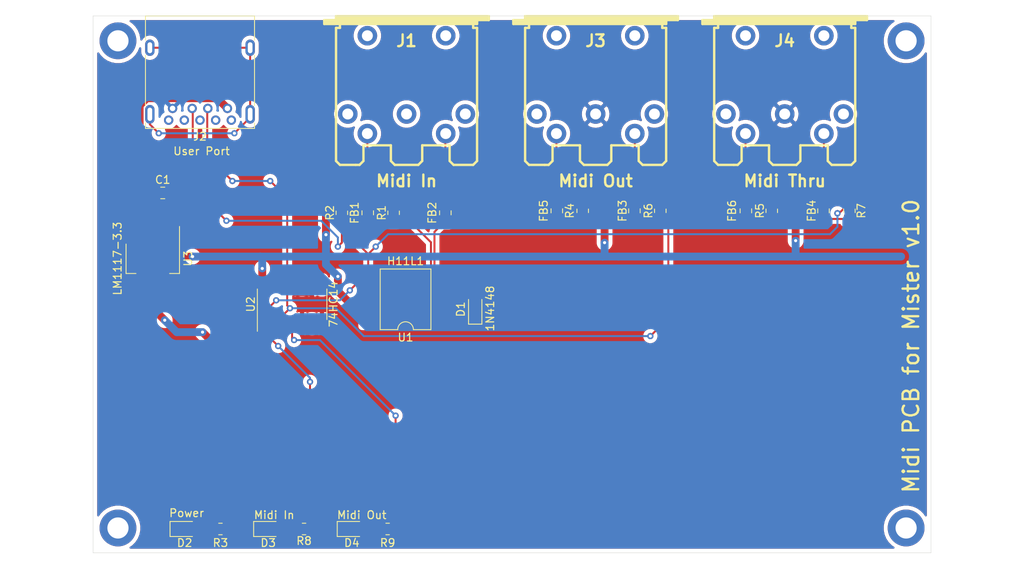
<source format=kicad_pcb>
(kicad_pcb (version 20171130) (host pcbnew "(5.1.10)-1")
  (layers (0 F.Cu signal) (31 B.Cu signal) (34 B.Paste user) (35 F.Paste user) (36 B.SilkS user) (37 F.SilkS user) (38 B.Mask user) (39 F.Mask user) (44 Edge.Cuts user))
  (net 0 "")
  (net 1 GND)
  (net 2 "Net-(D1-Pad1)")
  (net 3 "Net-(D1-Pad2)")
  (net 4 "Net-(D2-Pad2)")
  (net 5 "Net-(J1-Pad3)")
  (net 6 "Net-(J1-Pad2)")
  (net 7 "Net-(J1-Pad1)")
  (net 8 Midi_Out_TX)
  (net 9 Midi_In_RX)
  (net 10 "Net-(J2-Pad5)")
  (net 11 "Net-(J2-Pad6)")
  (net 12 "Net-(J2-Pad7)")
  (net 13 "Net-(J2-Pad8)")
  (net 14 "Net-(J2-Pad9)")
  (net 15 "Net-(J2-Pad10)")
  (net 16 "Net-(J3-Pad1)")
  (net 17 "Net-(J3-Pad3)")
  (net 18 "Net-(J4-Pad3)")
  (net 19 "Net-(J4-Pad1)")
  (net 20 "Net-(U1-Pad3)")
  (net 21 +5V)
  (net 22 "Net-(D3-Pad2)")
  (net 23 "Net-(D4-Pad2)")
  (net 24 "Net-(FB1-Pad1)")
  (net 25 "Net-(FB1-Pad2)")
  (net 26 "Net-(FB2-Pad2)")
  (net 27 "Net-(FB3-Pad1)")
  (net 28 "Net-(FB3-Pad2)")
  (net 29 "Net-(FB4-Pad2)")
  (net 30 "Net-(FB4-Pad1)")
  (net 31 "Net-(FB5-Pad2)")
  (net 32 "Net-(FB5-Pad1)")
  (net 33 "Net-(FB6-Pad1)")
  (net 34 "Net-(FB6-Pad2)")
  (net 35 +3V3)
  (net 36 Midi_In_RX_Inv)
  (net 37 Midi_Out_TX_INV)
  (net 38 "Net-(U2-Pad6)")
  (net 39 "Net-(U2-Pad8)")
  (net 40 "Net-(U2-Pad10)")
  (net 41 "Net-(U2-Pad12)")
  (module Connector_USB:USB3_A_Molex_48393-001 (layer F.Cu) (at 78.105 88.011 180)
    (fp_text reference J2 (at 3.5 -3.6) (layer F.SilkS))
    (fp_text value USB3_A)
    (fp_line (start -3.46 -2.56) (end -3.46 -1.85) (layer F.SilkS) (width 0.12))
    (fp_line (start 10.46 -2.56) (end 10.46 -1.85) (layer F.SilkS) (width 0.12))
    (fp_line (start -3.46 -2.56) (end 10.46 -2.56) (layer F.SilkS) (width 0.12))
    (fp_line (start 10.46 6.8) (end 10.46 0.35) (layer F.SilkS) (width 0.12))
    (fp_line (start -3.46 6.8) (end -3.46 0.35) (layer F.SilkS) (width 0.12))
    (fp_line (start -3.46 11.81) (end -3.46 8.7) (layer F.SilkS) (width 0.12))
    (fp_line (start 10.46 11.81) (end 10.46 8.7) (layer F.SilkS) (width 0.12))
    (fp_line (start -3.46 11.81) (end 10.46 11.81) (layer F.SilkS) (width 0.12))
    (pad 1 thru_hole circle (at 0 0 180) (size 1.2 1.2) (drill 0.7) (layers *.Cu *.Mask) (net 21 +5V))
    (pad 2 thru_hole circle (at 2.5 0 180) (size 1.2 1.2) (drill 0.7) (layers *.Cu *.Mask) (net 8 Midi_Out_TX))
    (pad 3 thru_hole circle (at 4.5 0 180) (size 1.2 1.2) (drill 0.7) (layers *.Cu *.Mask) (net 9 Midi_In_RX))
    (pad 4 thru_hole circle (at 7 0 180) (size 1.2 1.2) (drill 0.7) (layers *.Cu *.Mask) (net 1 GND))
    (pad 5 thru_hole circle (at 7.5 -1.5 180) (size 1.2 1.2) (drill 0.7) (layers *.Cu *.Mask) (net 10 "Net-(J2-Pad5)"))
    (pad 6 thru_hole circle (at 5.5 -1.5 180) (size 1.2 1.2) (drill 0.7) (layers *.Cu *.Mask) (net 11 "Net-(J2-Pad6)"))
    (pad 7 thru_hole circle (at 3.5 -1.5 180) (size 1.2 1.2) (drill 0.7) (layers *.Cu *.Mask) (net 12 "Net-(J2-Pad7)"))
    (pad 8 thru_hole circle (at 1.5 -1.5 180) (size 1.2 1.2) (drill 0.7) (layers *.Cu *.Mask) (net 13 "Net-(J2-Pad8)"))
    (pad 9 thru_hole circle (at -0.5 -1.5 180) (size 1.2 1.2) (drill 0.7) (layers *.Cu *.Mask) (net 14 "Net-(J2-Pad9)"))
    (pad 10 thru_hole oval (at 9.9 -0.75 180) (size 1.2 2.4) (drill oval 0.6 1.7) (layers *.Cu *.Mask) (net 15 "Net-(J2-Pad10)"))
    (pad 10 thru_hole oval (at -2.9 -0.75 180) (size 1.2 2.4) (drill oval 0.6 1.7) (layers *.Cu *.Mask) (net 15 "Net-(J2-Pad10)"))
    (pad 10 thru_hole oval (at 9.9 7.75 180) (size 1.2 2.1) (drill oval 0.6 1.4) (layers *.Cu *.Mask) (net 15 "Net-(J2-Pad10)"))
    (pad 10 thru_hole oval (at -2.9 7.75 180) (size 1.2 2.1) (drill oval 0.6 1.4) (layers *.Cu *.Mask) (net 15 "Net-(J2-Pad10)"))
  )
  (module MountingHole:MountingHole_2.7mm_M2.5_DIN965_Pad (layer F.Cu) (at 164.719 141.605)
    (fp_text reference REF** hide)
    (fp_text value MountingHole_2.7mm_M2.5_DIN965_Pad)
    (pad 1 thru_hole circle (at 0 0) (size 4.7 4.7) (drill 2.7) (layers *.Cu *.Mask))
  )
  (module MountingHole:MountingHole_2.7mm_M2.5_DIN965_Pad (layer F.Cu) (at 64.135 141.605)
    (fp_text reference REF** hide)
    (fp_text value MountingHole_2.7mm_M2.5_DIN965_Pad)
    (pad 1 thru_hole circle (at 0 0) (size 4.7 4.7) (drill 2.7) (layers *.Cu *.Mask))
  )
  (module MountingHole:MountingHole_2.7mm_M2.5_DIN965_Pad (layer F.Cu) (at 164.719 79.375)
    (fp_text reference REF** hide)
    (fp_text value MountingHole_2.7mm_M2.5_DIN965_Pad hide)
    (pad 1 thru_hole circle (at 0 0) (size 4.7 4.7) (drill 2.7) (layers *.Cu *.Mask))
  )
  (module MountingHole:MountingHole_2.7mm_M2.5_DIN965_Pad (layer F.Cu) (at 64.135 79.375)
    (fp_text reference REF** hide)
    (fp_text value MountingHole_2.7mm_M2.5_DIN965_Pad hide)
    (pad 1 thru_hole circle (at 0 0) (size 4.7 4.7) (drill 2.7) (layers *.Cu *.Mask))
  )
  (module Capacitor_SMD:C_0805_2012Metric_Pad1.18x1.45mm_HandSolder (layer F.Cu) (at 69.85 98.806)
    (fp_text reference C1 (at 0 -1.68) (layer F.SilkS))
    (fp_text value 100nF)
    (fp_line (start -0.261252 -0.735) (end 0.261252 -0.735) (layer F.SilkS) (width 0.12))
    (fp_line (start -0.261252 0.735) (end 0.261252 0.735) (layer F.SilkS) (width 0.12))
    (pad 1 smd roundrect (at -1.0375 0) (size 1.175 1.45) (layers F.Cu F.Paste F.Mask) (roundrect_rratio 0.2127659574468085) (net 21 +5V))
    (pad 2 smd roundrect (at 1.0375 0) (size 1.175 1.45) (layers F.Cu F.Paste F.Mask) (roundrect_rratio 0.2127659574468085) (net 1 GND))
  )
  (module Diode_SMD:D_SOD-323_HandSoldering (layer F.Cu) (at 109.728 113.665 90)
    (fp_text reference D1 (at 0 -1.85 90) (layer F.SilkS))
    (fp_text value 1N4148 (at 0.1 1.9 90) (layer F.SilkS))
    (fp_line (start -1.9 -0.85) (end -1.9 0.85) (layer F.SilkS) (width 0.12))
    (fp_line (start -1.9 0.85) (end 1.25 0.85) (layer F.SilkS) (width 0.12))
    (fp_line (start -1.9 -0.85) (end 1.25 -0.85) (layer F.SilkS) (width 0.12))
    (pad 1 smd rect (at -1.25 0 90) (size 1 1) (layers F.Cu F.Paste F.Mask) (net 2 "Net-(D1-Pad1)"))
    (pad 2 smd rect (at 1.25 0 90) (size 1 1) (layers F.Cu F.Paste F.Mask) (net 3 "Net-(D1-Pad2)"))
  )
  (module LED_SMD:LED_0805_2012Metric_Pad1.15x1.40mm_HandSolder (layer F.Cu) (at 72.644 141.732)
    (fp_text reference D2 (at 0 1.778) (layer F.SilkS))
    (fp_text value "Green LED")
    (fp_line (start 1 -0.96) (end -1.86 -0.96) (layer F.SilkS) (width 0.12))
    (fp_line (start -1.86 -0.96) (end -1.86 0.96) (layer F.SilkS) (width 0.12))
    (fp_line (start -1.86 0.96) (end 1 0.96) (layer F.SilkS) (width 0.12))
    (pad 1 smd roundrect (at -1.025 0) (size 1.15 1.4) (layers F.Cu F.Paste F.Mask) (roundrect_rratio 0.2173904347826087) (net 1 GND))
    (pad 2 smd roundrect (at 1.025 0) (size 1.15 1.4) (layers F.Cu F.Paste F.Mask) (roundrect_rratio 0.2173904347826087) (net 4 "Net-(D2-Pad2)"))
  )
  (module w_conn:din-5 (layer F.Cu) (at 100.965 85.725 180)
    (fp_text reference J1 (at 0 6.35) (layer F.SilkS) (effects (font (size 1.5 1.5) (thickness 0.3))))
    (fp_text value "Midi In" (at 0 -11.557) (layer F.SilkS) (effects (font (size 1.5 1.5) (thickness 0.3))))
    (fp_line (start -8.99922 8.7503) (end 10.50036 8.7503) (layer F.SilkS) (width 0.3048))
    (fp_line (start 8.99922 8.99922) (end -8.99922 8.99922) (layer F.SilkS) (width 0.3048))
    (fp_line (start -10.50036 9.25068) (end 8.99922 9.25068) (layer F.SilkS) (width 0.3048))
    (fp_line (start -8.99922 -8.99922) (end -8.99922 8.001) (layer F.SilkS) (width 0.3048))
    (fp_line (start -8.99922 -8.99922) (end -8.49884 -9.4996) (layer F.SilkS) (width 0.3048))
    (fp_line (start -8.49884 -9.4996) (end -5.99948 -9.4996) (layer F.SilkS) (width 0.3048))
    (fp_line (start -5.99948 -9.4996) (end -5.4991 -8.99922) (layer F.SilkS) (width 0.3048))
    (fp_line (start -5.4991 -8.99922) (end -5.4991 -7.00024) (layer F.SilkS) (width 0.3048))
    (fp_line (start -5.4991 -7.00024) (end -1.99898 -7.00024) (layer F.SilkS) (width 0.3048))
    (fp_line (start 8.99922 -8.99922) (end 8.99922 8.001) (layer F.SilkS) (width 0.3048))
    (fp_line (start 8.99922 -8.99922) (end 8.49884 -9.4996) (layer F.SilkS) (width 0.3048))
    (fp_line (start 8.49884 -9.4996) (end 6.49986 -9.4996) (layer F.SilkS) (width 0.3048))
    (fp_line (start 6.49986 -9.4996) (end 5.99948 -9.4996) (layer F.SilkS) (width 0.3048))
    (fp_line (start 5.99948 -9.4996) (end 5.4991 -8.99922) (layer F.SilkS) (width 0.3048))
    (fp_line (start 5.4991 -8.99922) (end 5.4991 -7.00024) (layer F.SilkS) (width 0.3048))
    (fp_line (start 5.4991 -7.00024) (end 1.99898 -7.00024) (layer F.SilkS) (width 0.3048))
    (fp_line (start -1.50114 -9.4996) (end -1.99898 -8.99922) (layer F.SilkS) (width 0.3048))
    (fp_line (start -1.99898 -8.99922) (end -1.99898 -7.00024) (layer F.SilkS) (width 0.3048))
    (fp_line (start -1.50114 -9.4996) (end 1.50114 -9.4996) (layer F.SilkS) (width 0.3048))
    (fp_line (start 1.50114 -9.4996) (end 1.99898 -8.99922) (layer F.SilkS) (width 0.3048))
    (fp_line (start 1.99898 -8.99922) (end 1.99898 -7.00024) (layer F.SilkS) (width 0.3048))
    (fp_line (start 10.50036 8.99922) (end 8.99922 8.99922) (layer F.SilkS) (width 0.3048))
    (fp_line (start 8.99922 8.99922) (end 8.99922 9.4996) (layer F.SilkS) (width 0.3048))
    (fp_line (start 8.99922 9.4996) (end -10.50036 9.4996) (layer F.SilkS) (width 0.3048))
    (fp_line (start -10.50036 8.99922) (end -8.99922 8.99922) (layer F.SilkS) (width 0.3048))
    (fp_line (start -8.99922 8.99922) (end -8.99922 8.49884) (layer F.SilkS) (width 0.3048))
    (fp_line (start -8.99922 8.49884) (end 10.50036 8.49884) (layer F.SilkS) (width 0.3048))
    (fp_line (start 8.99922 8.001) (end 8.49884 8.001) (layer F.SilkS) (width 0.3048))
    (fp_line (start -8.99922 8.001) (end -8.49884 8.001) (layer F.SilkS) (width 0.3048))
    (fp_line (start 8.49884 8.49884) (end 8.49884 8.001) (layer F.SilkS) (width 0.3048))
    (fp_line (start -8.49884 8.001) (end -8.49884 8.49884) (layer F.SilkS) (width 0.3048))
    (fp_line (start -10.50036 9.4996) (end -10.50036 8.99922) (layer F.SilkS) (width 0.3048))
    (fp_line (start 10.50036 8.49884) (end 10.50036 8.99922) (layer F.SilkS) (width 0.3048))
    (pad 3 thru_hole circle (at -7.5 -3 180) (size 2.5 2.5) (drill 1.4) (layers *.Cu *.Mask) (net 5 "Net-(J1-Pad3)"))
    (pad 4 thru_hole circle (at 5 -5.5 180) (size 2.5 2.5) (drill 1.4) (layers *.Cu *.Mask) (net 25 "Net-(FB1-Pad2)"))
    (pad 2 thru_hole circle (at 0 -3 180) (size 2.5 2.5) (drill 1.4) (layers *.Cu *.Mask) (net 6 "Net-(J1-Pad2)"))
    (pad 1 thru_hole circle (at 7.5 -3 180) (size 2.5 2.5) (drill 1.4) (layers *.Cu *.Mask) (net 7 "Net-(J1-Pad1)"))
    (pad 5 thru_hole circle (at -5 -5.5 180) (size 2.5 2.5) (drill 1.4) (layers *.Cu *.Mask) (net 26 "Net-(FB2-Pad2)"))
    (pad 6 thru_hole circle (at 5 7 180) (size 2.5 2.5) (drill 1.4) (layers *.Cu *.Mask))
    (pad 6 thru_hole circle (at -5 7 180) (size 2.5 2.5) (drill 1.4) (layers *.Cu *.Mask))
  )
  (module w_conn:din-5 (layer F.Cu) (at 125.095 85.725 180)
    (fp_text reference J3 (at 0 6.35) (layer F.SilkS) (effects (font (size 1.5 1.5) (thickness 0.3))))
    (fp_text value "Midi Out" (at 0 -11.557) (layer F.SilkS) (effects (font (size 1.5 1.5) (thickness 0.3))))
    (fp_line (start 10.50036 8.49884) (end 10.50036 8.99922) (layer F.SilkS) (width 0.3048))
    (fp_line (start -10.50036 9.4996) (end -10.50036 8.99922) (layer F.SilkS) (width 0.3048))
    (fp_line (start -8.49884 8.001) (end -8.49884 8.49884) (layer F.SilkS) (width 0.3048))
    (fp_line (start 8.49884 8.49884) (end 8.49884 8.001) (layer F.SilkS) (width 0.3048))
    (fp_line (start -8.99922 8.001) (end -8.49884 8.001) (layer F.SilkS) (width 0.3048))
    (fp_line (start 8.99922 8.001) (end 8.49884 8.001) (layer F.SilkS) (width 0.3048))
    (fp_line (start -8.99922 8.49884) (end 10.50036 8.49884) (layer F.SilkS) (width 0.3048))
    (fp_line (start -8.99922 8.99922) (end -8.99922 8.49884) (layer F.SilkS) (width 0.3048))
    (fp_line (start -10.50036 8.99922) (end -8.99922 8.99922) (layer F.SilkS) (width 0.3048))
    (fp_line (start 8.99922 9.4996) (end -10.50036 9.4996) (layer F.SilkS) (width 0.3048))
    (fp_line (start 8.99922 8.99922) (end 8.99922 9.4996) (layer F.SilkS) (width 0.3048))
    (fp_line (start 10.50036 8.99922) (end 8.99922 8.99922) (layer F.SilkS) (width 0.3048))
    (fp_line (start 1.99898 -8.99922) (end 1.99898 -7.00024) (layer F.SilkS) (width 0.3048))
    (fp_line (start 1.50114 -9.4996) (end 1.99898 -8.99922) (layer F.SilkS) (width 0.3048))
    (fp_line (start -1.50114 -9.4996) (end 1.50114 -9.4996) (layer F.SilkS) (width 0.3048))
    (fp_line (start -1.99898 -8.99922) (end -1.99898 -7.00024) (layer F.SilkS) (width 0.3048))
    (fp_line (start -1.50114 -9.4996) (end -1.99898 -8.99922) (layer F.SilkS) (width 0.3048))
    (fp_line (start 5.4991 -7.00024) (end 1.99898 -7.00024) (layer F.SilkS) (width 0.3048))
    (fp_line (start 5.4991 -8.99922) (end 5.4991 -7.00024) (layer F.SilkS) (width 0.3048))
    (fp_line (start 5.99948 -9.4996) (end 5.4991 -8.99922) (layer F.SilkS) (width 0.3048))
    (fp_line (start 6.49986 -9.4996) (end 5.99948 -9.4996) (layer F.SilkS) (width 0.3048))
    (fp_line (start 8.49884 -9.4996) (end 6.49986 -9.4996) (layer F.SilkS) (width 0.3048))
    (fp_line (start 8.99922 -8.99922) (end 8.49884 -9.4996) (layer F.SilkS) (width 0.3048))
    (fp_line (start 8.99922 -8.99922) (end 8.99922 8.001) (layer F.SilkS) (width 0.3048))
    (fp_line (start -5.4991 -7.00024) (end -1.99898 -7.00024) (layer F.SilkS) (width 0.3048))
    (fp_line (start -5.4991 -8.99922) (end -5.4991 -7.00024) (layer F.SilkS) (width 0.3048))
    (fp_line (start -5.99948 -9.4996) (end -5.4991 -8.99922) (layer F.SilkS) (width 0.3048))
    (fp_line (start -8.49884 -9.4996) (end -5.99948 -9.4996) (layer F.SilkS) (width 0.3048))
    (fp_line (start -8.99922 -8.99922) (end -8.49884 -9.4996) (layer F.SilkS) (width 0.3048))
    (fp_line (start -8.99922 -8.99922) (end -8.99922 8.001) (layer F.SilkS) (width 0.3048))
    (fp_line (start -10.50036 9.25068) (end 8.99922 9.25068) (layer F.SilkS) (width 0.3048))
    (fp_line (start 8.99922 8.99922) (end -8.99922 8.99922) (layer F.SilkS) (width 0.3048))
    (fp_line (start -8.99922 8.7503) (end 10.50036 8.7503) (layer F.SilkS) (width 0.3048))
    (pad 6 thru_hole circle (at -5 7 180) (size 2.5 2.5) (drill 1.4) (layers *.Cu *.Mask))
    (pad 6 thru_hole circle (at 5 7 180) (size 2.5 2.5) (drill 1.4) (layers *.Cu *.Mask))
    (pad 5 thru_hole circle (at -5 -5.5 180) (size 2.5 2.5) (drill 1.4) (layers *.Cu *.Mask) (net 27 "Net-(FB3-Pad1)"))
    (pad 1 thru_hole circle (at 7.5 -3 180) (size 2.5 2.5) (drill 1.4) (layers *.Cu *.Mask) (net 16 "Net-(J3-Pad1)"))
    (pad 2 thru_hole circle (at 0 -3 180) (size 2.5 2.5) (drill 1.4) (layers *.Cu *.Mask) (net 1 GND))
    (pad 4 thru_hole circle (at 5 -5.5 180) (size 2.5 2.5) (drill 1.4) (layers *.Cu *.Mask) (net 31 "Net-(FB5-Pad2)"))
    (pad 3 thru_hole circle (at -7.5 -3 180) (size 2.5 2.5) (drill 1.4) (layers *.Cu *.Mask) (net 17 "Net-(J3-Pad3)"))
  )
  (module w_conn:din-5 (layer F.Cu) (at 149.225 85.725 180)
    (fp_text reference J4 (at 0 6.35) (layer F.SilkS) (effects (font (size 1.5 1.5) (thickness 0.3))))
    (fp_text value "Midi Thru" (at 0 -11.557) (layer F.SilkS) (effects (font (size 1.5 1.5) (thickness 0.3))))
    (fp_line (start -8.99922 8.7503) (end 10.50036 8.7503) (layer F.SilkS) (width 0.3048))
    (fp_line (start 8.99922 8.99922) (end -8.99922 8.99922) (layer F.SilkS) (width 0.3048))
    (fp_line (start -10.50036 9.25068) (end 8.99922 9.25068) (layer F.SilkS) (width 0.3048))
    (fp_line (start -8.99922 -8.99922) (end -8.99922 8.001) (layer F.SilkS) (width 0.3048))
    (fp_line (start -8.99922 -8.99922) (end -8.49884 -9.4996) (layer F.SilkS) (width 0.3048))
    (fp_line (start -8.49884 -9.4996) (end -5.99948 -9.4996) (layer F.SilkS) (width 0.3048))
    (fp_line (start -5.99948 -9.4996) (end -5.4991 -8.99922) (layer F.SilkS) (width 0.3048))
    (fp_line (start -5.4991 -8.99922) (end -5.4991 -7.00024) (layer F.SilkS) (width 0.3048))
    (fp_line (start -5.4991 -7.00024) (end -1.99898 -7.00024) (layer F.SilkS) (width 0.3048))
    (fp_line (start 8.99922 -8.99922) (end 8.99922 8.001) (layer F.SilkS) (width 0.3048))
    (fp_line (start 8.99922 -8.99922) (end 8.49884 -9.4996) (layer F.SilkS) (width 0.3048))
    (fp_line (start 8.49884 -9.4996) (end 6.49986 -9.4996) (layer F.SilkS) (width 0.3048))
    (fp_line (start 6.49986 -9.4996) (end 5.99948 -9.4996) (layer F.SilkS) (width 0.3048))
    (fp_line (start 5.99948 -9.4996) (end 5.4991 -8.99922) (layer F.SilkS) (width 0.3048))
    (fp_line (start 5.4991 -8.99922) (end 5.4991 -7.00024) (layer F.SilkS) (width 0.3048))
    (fp_line (start 5.4991 -7.00024) (end 1.99898 -7.00024) (layer F.SilkS) (width 0.3048))
    (fp_line (start -1.50114 -9.4996) (end -1.99898 -8.99922) (layer F.SilkS) (width 0.3048))
    (fp_line (start -1.99898 -8.99922) (end -1.99898 -7.00024) (layer F.SilkS) (width 0.3048))
    (fp_line (start -1.50114 -9.4996) (end 1.50114 -9.4996) (layer F.SilkS) (width 0.3048))
    (fp_line (start 1.50114 -9.4996) (end 1.99898 -8.99922) (layer F.SilkS) (width 0.3048))
    (fp_line (start 1.99898 -8.99922) (end 1.99898 -7.00024) (layer F.SilkS) (width 0.3048))
    (fp_line (start 10.50036 8.99922) (end 8.99922 8.99922) (layer F.SilkS) (width 0.3048))
    (fp_line (start 8.99922 8.99922) (end 8.99922 9.4996) (layer F.SilkS) (width 0.3048))
    (fp_line (start 8.99922 9.4996) (end -10.50036 9.4996) (layer F.SilkS) (width 0.3048))
    (fp_line (start -10.50036 8.99922) (end -8.99922 8.99922) (layer F.SilkS) (width 0.3048))
    (fp_line (start -8.99922 8.99922) (end -8.99922 8.49884) (layer F.SilkS) (width 0.3048))
    (fp_line (start -8.99922 8.49884) (end 10.50036 8.49884) (layer F.SilkS) (width 0.3048))
    (fp_line (start 8.99922 8.001) (end 8.49884 8.001) (layer F.SilkS) (width 0.3048))
    (fp_line (start -8.99922 8.001) (end -8.49884 8.001) (layer F.SilkS) (width 0.3048))
    (fp_line (start 8.49884 8.49884) (end 8.49884 8.001) (layer F.SilkS) (width 0.3048))
    (fp_line (start -8.49884 8.001) (end -8.49884 8.49884) (layer F.SilkS) (width 0.3048))
    (fp_line (start -10.50036 9.4996) (end -10.50036 8.99922) (layer F.SilkS) (width 0.3048))
    (fp_line (start 10.50036 8.49884) (end 10.50036 8.99922) (layer F.SilkS) (width 0.3048))
    (pad 3 thru_hole circle (at -7.5 -3 180) (size 2.5 2.5) (drill 1.4) (layers *.Cu *.Mask) (net 18 "Net-(J4-Pad3)"))
    (pad 4 thru_hole circle (at 5 -5.5 180) (size 2.5 2.5) (drill 1.4) (layers *.Cu *.Mask) (net 34 "Net-(FB6-Pad2)"))
    (pad 2 thru_hole circle (at 0 -3 180) (size 2.5 2.5) (drill 1.4) (layers *.Cu *.Mask) (net 1 GND))
    (pad 1 thru_hole circle (at 7.5 -3 180) (size 2.5 2.5) (drill 1.4) (layers *.Cu *.Mask) (net 19 "Net-(J4-Pad1)"))
    (pad 5 thru_hole circle (at -5 -5.5 180) (size 2.5 2.5) (drill 1.4) (layers *.Cu *.Mask) (net 30 "Net-(FB4-Pad1)"))
    (pad 6 thru_hole circle (at 5 7 180) (size 2.5 2.5) (drill 1.4) (layers *.Cu *.Mask))
    (pad 6 thru_hole circle (at -5 7 180) (size 2.5 2.5) (drill 1.4) (layers *.Cu *.Mask))
  )
  (module Resistor_SMD:R_0805_2012Metric_Pad1.20x1.40mm_HandSolder (layer F.Cu) (at 99.314 101.346 270)
    (fp_text reference R1 (at 0 1.524 90) (layer F.SilkS))
    (fp_text value 220)
    (fp_line (start -0.227064 -0.735) (end 0.227064 -0.735) (layer F.SilkS) (width 0.12))
    (fp_line (start -0.227064 0.735) (end 0.227064 0.735) (layer F.SilkS) (width 0.12))
    (pad 1 smd roundrect (at -1 0 270) (size 1.2 1.4) (layers F.Cu F.Paste F.Mask) (roundrect_rratio 0.2083325) (net 2 "Net-(D1-Pad1)"))
    (pad 2 smd roundrect (at 1 0 270) (size 1.2 1.4) (layers F.Cu F.Paste F.Mask) (roundrect_rratio 0.2083325) (net 24 "Net-(FB1-Pad1)"))
  )
  (module Resistor_SMD:R_0805_2012Metric_Pad1.20x1.40mm_HandSolder (layer F.Cu) (at 92.71 101.346 270)
    (fp_text reference R2 (at 0 1.524 90) (layer F.SilkS))
    (fp_text value 470)
    (fp_line (start -0.227064 0.735) (end 0.227064 0.735) (layer F.SilkS) (width 0.12))
    (fp_line (start -0.227064 -0.735) (end 0.227064 -0.735) (layer F.SilkS) (width 0.12))
    (pad 2 smd roundrect (at 1 0 270) (size 1.2 1.4) (layers F.Cu F.Paste F.Mask) (roundrect_rratio 0.2083325) (net 9 Midi_In_RX))
    (pad 1 smd roundrect (at -1 0 270) (size 1.2 1.4) (layers F.Cu F.Paste F.Mask) (roundrect_rratio 0.2083325) (net 35 +3V3))
  )
  (module Resistor_SMD:R_0805_2012Metric_Pad1.20x1.40mm_HandSolder (layer F.Cu) (at 77.216 141.732)
    (fp_text reference R3 (at 0 1.778) (layer F.SilkS))
    (fp_text value 2k)
    (fp_line (start -0.227064 0.735) (end 0.227064 0.735) (layer F.SilkS) (width 0.12))
    (fp_line (start -0.227064 -0.735) (end 0.227064 -0.735) (layer F.SilkS) (width 0.12))
    (pad 2 smd roundrect (at 1 0) (size 1.2 1.4) (layers F.Cu F.Paste F.Mask) (roundrect_rratio 0.2083325) (net 35 +3V3))
    (pad 1 smd roundrect (at -1 0) (size 1.2 1.4) (layers F.Cu F.Paste F.Mask) (roundrect_rratio 0.2083325) (net 4 "Net-(D2-Pad2)"))
  )
  (module Resistor_SMD:R_0805_2012Metric_Pad1.20x1.40mm_HandSolder (layer F.Cu) (at 123.444 101.092 90)
    (fp_text reference R4 (at 0 -1.65 90) (layer F.SilkS))
    (fp_text value 33)
    (fp_line (start -0.227064 -0.735) (end 0.227064 -0.735) (layer F.SilkS) (width 0.12))
    (fp_line (start -0.227064 0.735) (end 0.227064 0.735) (layer F.SilkS) (width 0.12))
    (pad 1 smd roundrect (at -1 0 90) (size 1.2 1.4) (layers F.Cu F.Paste F.Mask) (roundrect_rratio 0.2083325) (net 32 "Net-(FB5-Pad1)"))
    (pad 2 smd roundrect (at 1 0 90) (size 1.2 1.4) (layers F.Cu F.Paste F.Mask) (roundrect_rratio 0.2083325) (net 35 +3V3))
  )
  (module Resistor_SMD:R_0805_2012Metric_Pad1.20x1.40mm_HandSolder (layer F.Cu) (at 147.574 101.092 90)
    (fp_text reference R5 (at 0 -1.524 90) (layer F.SilkS))
    (fp_text value 33)
    (fp_line (start -0.227064 -0.735) (end 0.227064 -0.735) (layer F.SilkS) (width 0.12))
    (fp_line (start -0.227064 0.735) (end 0.227064 0.735) (layer F.SilkS) (width 0.12))
    (pad 1 smd roundrect (at -1 0 90) (size 1.2 1.4) (layers F.Cu F.Paste F.Mask) (roundrect_rratio 0.2083325) (net 33 "Net-(FB6-Pad1)"))
    (pad 2 smd roundrect (at 1 0 90) (size 1.2 1.4) (layers F.Cu F.Paste F.Mask) (roundrect_rratio 0.2083325) (net 35 +3V3))
  )
  (module Resistor_SMD:R_0805_2012Metric_Pad1.20x1.40mm_HandSolder (layer F.Cu) (at 133.35 101.092 270)
    (fp_text reference R6 (at 0 1.524 90) (layer F.SilkS))
    (fp_text value 10)
    (fp_line (start -0.227064 0.735) (end 0.227064 0.735) (layer F.SilkS) (width 0.12))
    (fp_line (start -0.227064 -0.735) (end 0.227064 -0.735) (layer F.SilkS) (width 0.12))
    (pad 2 smd roundrect (at 1 0 270) (size 1.2 1.4) (layers F.Cu F.Paste F.Mask) (roundrect_rratio 0.2083325) (net 28 "Net-(FB3-Pad2)"))
    (pad 1 smd roundrect (at -1 0 270) (size 1.2 1.4) (layers F.Cu F.Paste F.Mask) (roundrect_rratio 0.2083325) (net 8 Midi_Out_TX))
  )
  (module Resistor_SMD:R_0805_2012Metric_Pad1.20x1.40mm_HandSolder (layer F.Cu) (at 157.48 101.092 90)
    (fp_text reference R7 (at 0 1.524 90) (layer F.SilkS))
    (fp_text value 10)
    (fp_line (start -0.227064 -0.735) (end 0.227064 -0.735) (layer F.SilkS) (width 0.12))
    (fp_line (start -0.227064 0.735) (end 0.227064 0.735) (layer F.SilkS) (width 0.12))
    (pad 1 smd roundrect (at -1 0 90) (size 1.2 1.4) (layers F.Cu F.Paste F.Mask) (roundrect_rratio 0.2083325) (net 29 "Net-(FB4-Pad2)"))
    (pad 2 smd roundrect (at 1 0 90) (size 1.2 1.4) (layers F.Cu F.Paste F.Mask) (roundrect_rratio 0.2083325) (net 9 Midi_In_RX))
  )
  (module Package_DIP:SMDIP-6_W9.53mm_Clearance8mm (layer F.Cu) (at 100.838 112.395 180)
    (fp_text reference U1 (at 0 -4.87) (layer F.SilkS))
    (fp_text value H11L1 (at 0 4.87) (layer F.SilkS))
    (fp_line (start -1 -3.87) (end -3.235 -3.87) (layer F.SilkS) (width 0.12))
    (fp_line (start -3.235 -3.87) (end -3.235 3.87) (layer F.SilkS) (width 0.12))
    (fp_line (start -3.235 3.87) (end 3.235 3.87) (layer F.SilkS) (width 0.12))
    (fp_line (start 3.235 3.87) (end 3.235 -3.87) (layer F.SilkS) (width 0.12))
    (fp_line (start 3.235 -3.87) (end 1 -3.87) (layer F.SilkS) (width 0.12))
    (fp_arc (start 0 -3.87) (end -1 -3.87) (angle -180) (layer F.SilkS) (width 0.12))
    (pad 1 smd rect (at -4.765 -2.54 180) (size 1.5 1.78) (layers F.Cu F.Paste F.Mask) (net 2 "Net-(D1-Pad1)"))
    (pad 4 smd rect (at 4.765 2.54 180) (size 1.5 1.78) (layers F.Cu F.Paste F.Mask) (net 9 Midi_In_RX))
    (pad 2 smd rect (at -4.765 0 180) (size 1.5 1.78) (layers F.Cu F.Paste F.Mask) (net 3 "Net-(D1-Pad2)"))
    (pad 5 smd rect (at 4.765 0 180) (size 1.5 1.78) (layers F.Cu F.Paste F.Mask) (net 1 GND))
    (pad 3 smd rect (at -4.765 2.54 180) (size 1.5 1.78) (layers F.Cu F.Paste F.Mask) (net 20 "Net-(U1-Pad3)"))
    (pad 6 smd rect (at 4.765 -2.54 180) (size 1.5 1.78) (layers F.Cu F.Paste F.Mask) (net 35 +3V3))
  )
  (module LED_SMD:LED_0805_2012Metric_Pad1.15x1.40mm_HandSolder (layer F.Cu) (at 83.312 141.732)
    (fp_text reference D3 (at 0 1.778) (layer F.SilkS))
    (fp_text value "Blue LED")
    (fp_line (start -1.86 0.96) (end 1 0.96) (layer F.SilkS) (width 0.12))
    (fp_line (start -1.86 -0.96) (end -1.86 0.96) (layer F.SilkS) (width 0.12))
    (fp_line (start 1 -0.96) (end -1.86 -0.96) (layer F.SilkS) (width 0.12))
    (pad 1 smd roundrect (at -1.025 0) (size 1.15 1.4) (layers F.Cu F.Paste F.Mask) (roundrect_rratio 0.2173904347826087) (net 1 GND))
    (pad 2 smd roundrect (at 1.025 0) (size 1.15 1.4) (layers F.Cu F.Paste F.Mask) (roundrect_rratio 0.2173904347826087) (net 22 "Net-(D3-Pad2)"))
  )
  (module LED_SMD:LED_0805_2012Metric_Pad1.15x1.40mm_HandSolder (layer F.Cu) (at 93.98 141.732)
    (fp_text reference D4 (at 0 1.778) (layer F.SilkS))
    (fp_text value "White LED")
    (fp_line (start 1 -0.96) (end -1.86 -0.96) (layer F.SilkS) (width 0.12))
    (fp_line (start -1.86 -0.96) (end -1.86 0.96) (layer F.SilkS) (width 0.12))
    (fp_line (start -1.86 0.96) (end 1 0.96) (layer F.SilkS) (width 0.12))
    (pad 2 smd roundrect (at 1.025 0) (size 1.15 1.4) (layers F.Cu F.Paste F.Mask) (roundrect_rratio 0.2173904347826087) (net 23 "Net-(D4-Pad2)"))
    (pad 1 smd roundrect (at -1.025 0) (size 1.15 1.4) (layers F.Cu F.Paste F.Mask) (roundrect_rratio 0.2173904347826087) (net 1 GND))
  )
  (module Capacitor_SMD:C_0805_2012Metric_Pad1.18x1.45mm_HandSolder (layer F.Cu) (at 96.012 101.346 90)
    (fp_text reference FB1 (at 0 -1.68 90) (layer F.SilkS))
    (fp_text value Ferrite_Bead)
    (fp_line (start -0.261252 0.735) (end 0.261252 0.735) (layer F.SilkS) (width 0.12))
    (fp_line (start -0.261252 -0.735) (end 0.261252 -0.735) (layer F.SilkS) (width 0.12))
    (pad 1 smd roundrect (at -1.0375 0 90) (size 1.175 1.45) (layers F.Cu F.Paste F.Mask) (roundrect_rratio 0.2127659574468085) (net 24 "Net-(FB1-Pad1)"))
    (pad 2 smd roundrect (at 1.0375 0 90) (size 1.175 1.45) (layers F.Cu F.Paste F.Mask) (roundrect_rratio 0.2127659574468085) (net 25 "Net-(FB1-Pad2)"))
  )
  (module Capacitor_SMD:C_0805_2012Metric_Pad1.18x1.45mm_HandSolder (layer F.Cu) (at 105.918 101.346 90)
    (fp_text reference FB2 (at 0 -1.68 90) (layer F.SilkS))
    (fp_text value Ferrite_Bead)
    (fp_line (start -0.261252 -0.735) (end 0.261252 -0.735) (layer F.SilkS) (width 0.12))
    (fp_line (start -0.261252 0.735) (end 0.261252 0.735) (layer F.SilkS) (width 0.12))
    (pad 2 smd roundrect (at 1.0375 0 90) (size 1.175 1.45) (layers F.Cu F.Paste F.Mask) (roundrect_rratio 0.2127659574468085) (net 26 "Net-(FB2-Pad2)"))
    (pad 1 smd roundrect (at -1.0375 0 90) (size 1.175 1.45) (layers F.Cu F.Paste F.Mask) (roundrect_rratio 0.2127659574468085) (net 3 "Net-(D1-Pad2)"))
  )
  (module Capacitor_SMD:C_0805_2012Metric_Pad1.18x1.45mm_HandSolder (layer F.Cu) (at 130.048 101.092 270)
    (fp_text reference FB3 (at 0 1.524 90) (layer F.SilkS))
    (fp_text value Ferrite_Bead)
    (fp_line (start -0.261252 0.735) (end 0.261252 0.735) (layer F.SilkS) (width 0.12))
    (fp_line (start -0.261252 -0.735) (end 0.261252 -0.735) (layer F.SilkS) (width 0.12))
    (pad 1 smd roundrect (at -1.0375 0 270) (size 1.175 1.45) (layers F.Cu F.Paste F.Mask) (roundrect_rratio 0.2127659574468085) (net 27 "Net-(FB3-Pad1)"))
    (pad 2 smd roundrect (at 1.0375 0 270) (size 1.175 1.45) (layers F.Cu F.Paste F.Mask) (roundrect_rratio 0.2127659574468085) (net 28 "Net-(FB3-Pad2)"))
  )
  (module Capacitor_SMD:C_0805_2012Metric_Pad1.18x1.45mm_HandSolder (layer F.Cu) (at 154.178 101.092 270)
    (fp_text reference FB4 (at 0 1.524 90) (layer F.SilkS))
    (fp_text value Ferrite_Bead)
    (fp_line (start -0.261252 -0.735) (end 0.261252 -0.735) (layer F.SilkS) (width 0.12))
    (fp_line (start -0.261252 0.735) (end 0.261252 0.735) (layer F.SilkS) (width 0.12))
    (pad 2 smd roundrect (at 1.0375 0 270) (size 1.175 1.45) (layers F.Cu F.Paste F.Mask) (roundrect_rratio 0.2127659574468085) (net 29 "Net-(FB4-Pad2)"))
    (pad 1 smd roundrect (at -1.0375 0 270) (size 1.175 1.45) (layers F.Cu F.Paste F.Mask) (roundrect_rratio 0.2127659574468085) (net 30 "Net-(FB4-Pad1)"))
  )
  (module Capacitor_SMD:C_0805_2012Metric_Pad1.18x1.45mm_HandSolder (layer F.Cu) (at 120.142 101.092 90)
    (fp_text reference FB5 (at 0 -1.68 90) (layer F.SilkS))
    (fp_text value Ferrite_Bead)
    (fp_line (start -0.261252 -0.735) (end 0.261252 -0.735) (layer F.SilkS) (width 0.12))
    (fp_line (start -0.261252 0.735) (end 0.261252 0.735) (layer F.SilkS) (width 0.12))
    (pad 2 smd roundrect (at 1.0375 0 90) (size 1.175 1.45) (layers F.Cu F.Paste F.Mask) (roundrect_rratio 0.2127659574468085) (net 31 "Net-(FB5-Pad2)"))
    (pad 1 smd roundrect (at -1.0375 0 90) (size 1.175 1.45) (layers F.Cu F.Paste F.Mask) (roundrect_rratio 0.2127659574468085) (net 32 "Net-(FB5-Pad1)"))
  )
  (module Capacitor_SMD:C_0805_2012Metric_Pad1.18x1.45mm_HandSolder (layer F.Cu) (at 144.272 101.092 90)
    (fp_text reference FB6 (at 0 -1.778 90) (layer F.SilkS))
    (fp_text value Ferrite_Bead)
    (fp_line (start -0.261252 0.735) (end 0.261252 0.735) (layer F.SilkS) (width 0.12))
    (fp_line (start -0.261252 -0.735) (end 0.261252 -0.735) (layer F.SilkS) (width 0.12))
    (pad 1 smd roundrect (at -1.0375 0 90) (size 1.175 1.45) (layers F.Cu F.Paste F.Mask) (roundrect_rratio 0.2127659574468085) (net 33 "Net-(FB6-Pad1)"))
    (pad 2 smd roundrect (at 1.0375 0 90) (size 1.175 1.45) (layers F.Cu F.Paste F.Mask) (roundrect_rratio 0.2127659574468085) (net 34 "Net-(FB6-Pad2)"))
  )
  (module Resistor_SMD:R_0805_2012Metric_Pad1.20x1.40mm_HandSolder (layer F.Cu) (at 87.884 141.732)
    (fp_text reference R8 (at 0 1.524) (layer F.SilkS))
    (fp_text value 2k)
    (fp_line (start -0.227064 -0.735) (end 0.227064 -0.735) (layer F.SilkS) (width 0.12))
    (fp_line (start -0.227064 0.735) (end 0.227064 0.735) (layer F.SilkS) (width 0.12))
    (pad 2 smd roundrect (at 1 0) (size 1.2 1.4) (layers F.Cu F.Paste F.Mask) (roundrect_rratio 0.2083325) (net 36 Midi_In_RX_Inv))
    (pad 1 smd roundrect (at -1 0) (size 1.2 1.4) (layers F.Cu F.Paste F.Mask) (roundrect_rratio 0.2083325) (net 22 "Net-(D3-Pad2)"))
  )
  (module Resistor_SMD:R_0805_2012Metric_Pad1.20x1.40mm_HandSolder (layer F.Cu) (at 98.552 141.732)
    (fp_text reference R9 (at 0 1.778) (layer F.SilkS))
    (fp_text value 2k)
    (fp_line (start -0.227064 0.735) (end 0.227064 0.735) (layer F.SilkS) (width 0.12))
    (fp_line (start -0.227064 -0.735) (end 0.227064 -0.735) (layer F.SilkS) (width 0.12))
    (pad 1 smd roundrect (at -1 0) (size 1.2 1.4) (layers F.Cu F.Paste F.Mask) (roundrect_rratio 0.2083325) (net 23 "Net-(D4-Pad2)"))
    (pad 2 smd roundrect (at 1 0) (size 1.2 1.4) (layers F.Cu F.Paste F.Mask) (roundrect_rratio 0.2083325) (net 37 Midi_Out_TX_INV))
  )
  (module Package_SO:SO-14_3.9x8.65mm_P1.27mm (layer F.Cu) (at 86.36 113.03 90)
    (fp_text reference U2 (at 0 -5.28 90) (layer F.SilkS))
    (fp_text value 74HC14 (at 0 5.28 90) (layer F.SilkS))
    (fp_line (start 0 -4.435) (end -3.45 -4.435) (layer F.SilkS) (width 0.12))
    (fp_line (start 0 -4.435) (end 1.95 -4.435) (layer F.SilkS) (width 0.12))
    (fp_line (start 0 4.435) (end -1.95 4.435) (layer F.SilkS) (width 0.12))
    (fp_line (start 0 4.435) (end 1.95 4.435) (layer F.SilkS) (width 0.12))
    (pad 1 smd roundrect (at -2.475 -3.81 90) (size 1.95 0.6) (layers F.Cu F.Paste F.Mask) (net 9 Midi_In_RX))
    (pad 2 smd roundrect (at -2.475 -2.54 90) (size 1.95 0.6) (layers F.Cu F.Paste F.Mask) (net 36 Midi_In_RX_Inv))
    (pad 3 smd roundrect (at -2.475 -1.27 90) (size 1.95 0.6) (layers F.Cu F.Paste F.Mask) (net 8 Midi_Out_TX))
    (pad 4 smd roundrect (at -2.475 0 90) (size 1.95 0.6) (layers F.Cu F.Paste F.Mask) (net 37 Midi_Out_TX_INV))
    (pad 5 smd roundrect (at -2.475 1.27 90) (size 1.95 0.6) (layers F.Cu F.Paste F.Mask) (net 1 GND))
    (pad 6 smd roundrect (at -2.475 2.54 90) (size 1.95 0.6) (layers F.Cu F.Paste F.Mask) (net 38 "Net-(U2-Pad6)"))
    (pad 7 smd roundrect (at -2.475 3.81 90) (size 1.95 0.6) (layers F.Cu F.Paste F.Mask) (net 1 GND))
    (pad 8 smd roundrect (at 2.475 3.81 90) (size 1.95 0.6) (layers F.Cu F.Paste F.Mask) (net 39 "Net-(U2-Pad8)"))
    (pad 9 smd roundrect (at 2.475 2.54 90) (size 1.95 0.6) (layers F.Cu F.Paste F.Mask) (net 1 GND))
    (pad 10 smd roundrect (at 2.475 1.27 90) (size 1.95 0.6) (layers F.Cu F.Paste F.Mask) (net 40 "Net-(U2-Pad10)"))
    (pad 11 smd roundrect (at 2.475 0 90) (size 1.95 0.6) (layers F.Cu F.Paste F.Mask) (net 1 GND))
    (pad 12 smd roundrect (at 2.475 -1.27 90) (size 1.95 0.6) (layers F.Cu F.Paste F.Mask) (net 41 "Net-(U2-Pad12)"))
    (pad 13 smd roundrect (at 2.475 -2.54 90) (size 1.95 0.6) (layers F.Cu F.Paste F.Mask) (net 1 GND))
    (pad 14 smd roundrect (at 2.475 -3.81 90) (size 1.95 0.6) (layers F.Cu F.Paste F.Mask) (net 35 +3V3))
  )
  (module Package_TO_SOT_SMD:SOT-223-3_TabPin2 (layer F.Cu) (at 68.58 107.188 270)
    (fp_text reference U3 (at 0 -4.5 90) (layer F.SilkS))
    (fp_text value LM1117-3.3 (at 0 4.5 90) (layer F.SilkS))
    (fp_line (start 1.91 3.41) (end 1.91 2.15) (layer F.SilkS) (width 0.12))
    (fp_line (start 1.91 -3.41) (end 1.91 -2.15) (layer F.SilkS) (width 0.12))
    (fp_line (start -1.85 3.41) (end 1.91 3.41) (layer F.SilkS) (width 0.12))
    (fp_line (start -4.1 -3.41) (end 1.91 -3.41) (layer F.SilkS) (width 0.12))
    (pad 2 smd rect (at 3.15 0 270) (size 2 3.8) (layers F.Cu F.Paste F.Mask) (net 35 +3V3))
    (pad 2 smd rect (at -3.15 0 270) (size 2 1.5) (layers F.Cu F.Paste F.Mask) (net 35 +3V3))
    (pad 3 smd rect (at -3.15 2.3 270) (size 2 1.5) (layers F.Cu F.Paste F.Mask) (net 21 +5V))
    (pad 1 smd rect (at -3.15 -2.3 270) (size 2 1.5) (layers F.Cu F.Paste F.Mask) (net 1 GND))
  )
  (gr_text "Midi In" (at 84.074 139.954) (layer F.SilkS) (effects (font (size 1 1))))
  (gr_text "Midi PCB for Mister v1.0" (at 165.354 118.364 90) (layer F.SilkS) (effects (font (size 2 2) (thickness 0.3))))
  (gr_text "Midi Out" (at 95.25 139.954) (layer F.SilkS) (effects (font (size 1 1))))
  (gr_text Power (at 72.898 139.7) (layer F.SilkS) (effects (font (size 1 1))))
  (gr_text "User Port" (at 74.803 93.472) (layer F.SilkS) (effects (font (size 1 1))))
  (gr_line (start 167.894 144.78) (end 167.894 76.2) (layer Edge.Cuts) (width 0.05))
  (gr_line (start 60.96 144.78) (end 167.894 144.78) (layer Edge.Cuts) (width 0.05))
  (gr_line (start 60.96 76.2) (end 60.96 144.78) (layer Edge.Cuts) (width 0.05))
  (gr_line (start 60.96 76.2) (end 167.894 76.2) (layer Edge.Cuts) (width 0.05))
  (segment (start 88.9 111.53) (end 88.9 110.555) (width 0.25) (layer F.Cu) (net 1))
  (segment (start 88.57499 111.85501) (end 88.9 111.53) (width 0.25) (layer F.Cu) (net 1))
  (segment (start 86.68501 111.85501) (end 88.57499 111.85501) (width 0.25) (layer F.Cu) (net 1))
  (segment (start 86.36 111.53) (end 86.68501 111.85501) (width 0.25) (layer F.Cu) (net 1))
  (segment (start 86.36 110.555) (end 86.36 111.53) (width 0.25) (layer F.Cu) (net 1))
  (segment (start 109.708 114.935) (end 109.728 114.915) (width 0.25) (layer F.Cu) (net 2))
  (segment (start 105.603 114.935) (end 109.708 114.935) (width 0.25) (layer F.Cu) (net 2))
  (segment (start 104.077989 113.409989) (end 104.077989 105.109989) (width 0.25) (layer F.Cu) (net 2))
  (segment (start 104.077989 105.109989) (end 99.314 100.346) (width 0.25) (layer F.Cu) (net 2))
  (segment (start 105.603 114.935) (end 104.077989 113.409989) (width 0.25) (layer F.Cu) (net 2))
  (segment (start 105.623 112.415) (end 105.603 112.395) (width 0.25) (layer F.Cu) (net 3))
  (segment (start 109.728 112.415) (end 105.623 112.415) (width 0.25) (layer F.Cu) (net 3))
  (segment (start 104.527999 103.773501) (end 105.918 102.3835) (width 0.25) (layer F.Cu) (net 3))
  (segment (start 104.527999 111.319999) (end 104.527999 103.773501) (width 0.25) (layer F.Cu) (net 3))
  (segment (start 105.603 112.395) (end 104.527999 111.319999) (width 0.25) (layer F.Cu) (net 3))
  (segment (start 73.669 141.732) (end 76.216 141.732) (width 0.25) (layer F.Cu) (net 4))
  (via (at 132.08 117.094) (size 0.8) (drill 0.4) (layers F.Cu B.Cu) (net 8))
  (segment (start 134.37501 114.79899) (end 132.08 117.094) (width 0.25) (layer F.Cu) (net 8))
  (segment (start 134.37501 101.11701) (end 134.37501 114.79899) (width 0.25) (layer F.Cu) (net 8))
  (segment (start 133.35 100.092) (end 134.37501 101.11701) (width 0.25) (layer F.Cu) (net 8))
  (segment (start 95.504 117.094) (end 91.948 113.538) (width 0.25) (layer B.Cu) (net 8))
  (segment (start 132.08 117.094) (end 95.504 117.094) (width 0.25) (layer B.Cu) (net 8))
  (segment (start 85.09 114.53) (end 85.09 115.505) (width 0.25) (layer F.Cu) (net 8))
  (segment (start 85.332 114.288) (end 85.09 114.53) (width 0.25) (layer F.Cu) (net 8))
  (segment (start 86.082 113.538) (end 85.332 114.288) (width 0.25) (layer F.Cu) (net 8))
  (via (at 83.566 97.282) (size 0.8) (drill 0.4) (layers F.Cu B.Cu) (net 8))
  (via (at 78.74 97.282) (size 0.8) (drill 0.4) (layers F.Cu B.Cu) (net 8))
  (segment (start 83.566 97.282) (end 78.74 97.282) (width 0.25) (layer B.Cu) (net 8))
  (segment (start 75.530001 88.085999) (end 75.605 88.011) (width 0.25) (layer F.Cu) (net 8))
  (segment (start 75.530001 94.072001) (end 75.530001 88.085999) (width 0.25) (layer F.Cu) (net 8))
  (segment (start 78.74 97.282) (end 75.530001 94.072001) (width 0.25) (layer F.Cu) (net 8))
  (via (at 86.082 113.538) (size 0.8) (drill 0.4) (layers F.Cu B.Cu) (net 8))
  (segment (start 91.948 113.538) (end 86.082 113.538) (width 0.25) (layer B.Cu) (net 8))
  (segment (start 85.73499 99.45099) (end 85.73499 113.19099) (width 0.25) (layer F.Cu) (net 8))
  (segment (start 85.73499 113.19099) (end 86.082 113.538) (width 0.25) (layer F.Cu) (net 8))
  (segment (start 83.566 97.282) (end 85.73499 99.45099) (width 0.25) (layer F.Cu) (net 8))
  (via (at 93.726 111.252) (size 0.8) (drill 0.4) (layers F.Cu B.Cu) (net 9))
  (segment (start 95.123 109.855) (end 93.726 111.252) (width 0.25) (layer F.Cu) (net 9))
  (segment (start 96.073 109.855) (end 95.123 109.855) (width 0.25) (layer F.Cu) (net 9))
  (via (at 84.328 112.522) (size 0.8) (drill 0.4) (layers F.Cu B.Cu) (net 9))
  (segment (start 92.456 112.522) (end 84.328 112.522) (width 0.25) (layer B.Cu) (net 9))
  (segment (start 93.726 111.252) (end 92.456 112.522) (width 0.25) (layer B.Cu) (net 9))
  (segment (start 82.55 114.3) (end 82.55 115.505) (width 0.25) (layer F.Cu) (net 9))
  (segment (start 84.328 112.522) (end 82.55 114.3) (width 0.25) (layer F.Cu) (net 9))
  (segment (start 96.073 106.619) (end 97.028 105.664) (width 0.25) (layer F.Cu) (net 9))
  (via (at 97.028 105.664) (size 0.8) (drill 0.4) (layers F.Cu B.Cu) (net 9))
  (segment (start 96.073 109.855) (end 96.073 106.619) (width 0.25) (layer F.Cu) (net 9))
  (segment (start 97.028 105.664) (end 97.536 105.156) (width 0.25) (layer B.Cu) (net 9))
  (segment (start 92.71 103.256) (end 96.073 106.619) (width 0.25) (layer F.Cu) (net 9))
  (segment (start 92.71 102.346) (end 92.71 103.256) (width 0.25) (layer F.Cu) (net 9))
  (segment (start 98.61501 104.07699) (end 155.00301 104.07699) (width 0.25) (layer B.Cu) (net 9))
  (segment (start 97.536 105.156) (end 98.61501 104.07699) (width 0.25) (layer B.Cu) (net 9))
  (via (at 155.956 101.4045) (size 0.8) (drill 0.4) (layers F.Cu B.Cu) (net 9))
  (segment (start 155.956 103.124) (end 155.956 101.4045) (width 0.25) (layer B.Cu) (net 9))
  (segment (start 155.00301 104.07699) (end 155.956 103.124) (width 0.25) (layer B.Cu) (net 9))
  (via (at 155.956 101.4045) (size 0.8) (drill 0.4) (layers F.Cu B.Cu) (net 9))
  (segment (start 156.1675 101.4045) (end 157.48 100.092) (width 0.25) (layer F.Cu) (net 9))
  (segment (start 155.956 101.4045) (end 156.1675 101.4045) (width 0.25) (layer F.Cu) (net 9))
  (via (at 92.202 105.664) (size 0.8) (drill 0.4) (layers F.Cu B.Cu) (net 9))
  (segment (start 92.71 105.156) (end 92.202 105.664) (width 0.25) (layer F.Cu) (net 9))
  (segment (start 92.71 102.346) (end 92.71 105.156) (width 0.25) (layer F.Cu) (net 9))
  (via (at 77.978 102.362) (size 0.8) (drill 0.4) (layers F.Cu B.Cu) (net 9))
  (segment (start 90.06674 102.362) (end 77.978 102.362) (width 0.25) (layer B.Cu) (net 9))
  (segment (start 92.202 104.49726) (end 90.06674 102.362) (width 0.25) (layer B.Cu) (net 9))
  (segment (start 92.202 105.664) (end 92.202 104.49726) (width 0.25) (layer B.Cu) (net 9))
  (segment (start 73.679999 88.085999) (end 73.605 88.011) (width 0.25) (layer F.Cu) (net 9))
  (segment (start 73.679999 98.063999) (end 73.679999 88.085999) (width 0.25) (layer F.Cu) (net 9))
  (segment (start 77.978 102.362) (end 73.679999 98.063999) (width 0.25) (layer F.Cu) (net 9))
  (segment (start 68.205 80.261) (end 81.005 80.261) (width 0.25) (layer F.Cu) (net 15))
  (segment (start 81.005 80.261) (end 81.005 88.761) (width 0.25) (layer F.Cu) (net 15))
  (via (at 69.342 91.186) (size 0.8) (drill 0.4) (layers F.Cu B.Cu) (net 15))
  (segment (start 68.205 90.049) (end 69.342 91.186) (width 0.25) (layer F.Cu) (net 15))
  (segment (start 68.205 88.761) (end 68.205 90.049) (width 0.25) (layer F.Cu) (net 15))
  (via (at 78.994 91.186) (size 0.8) (drill 0.4) (layers F.Cu B.Cu) (net 15))
  (segment (start 69.342 91.186) (end 78.994 91.186) (width 0.25) (layer B.Cu) (net 15))
  (segment (start 81.005 89.175) (end 81.005 88.761) (width 0.25) (layer F.Cu) (net 15))
  (segment (start 78.994 91.186) (end 81.005 89.175) (width 0.25) (layer F.Cu) (net 15))
  (segment (start 66.28 101.3385) (end 66.28 104.038) (width 1) (layer F.Cu) (net 21))
  (segment (start 68.8125 98.806) (end 66.28 101.3385) (width 1) (layer F.Cu) (net 21))
  (segment (start 66.90499 96.89849) (end 68.8125 98.806) (width 1) (layer F.Cu) (net 21))
  (segment (start 66.90499 87.622519) (end 66.90499 96.89849) (width 1) (layer F.Cu) (net 21))
  (segment (start 67.81651 86.710999) (end 66.90499 87.622519) (width 1) (layer F.Cu) (net 21))
  (segment (start 76.804999 86.710999) (end 67.81651 86.710999) (width 1) (layer F.Cu) (net 21))
  (segment (start 78.105 88.011) (end 76.804999 86.710999) (width 1) (layer F.Cu) (net 21))
  (segment (start 84.337 141.732) (end 86.884 141.732) (width 0.25) (layer F.Cu) (net 22))
  (segment (start 95.005 141.732) (end 97.552 141.732) (width 0.25) (layer F.Cu) (net 23))
  (segment (start 99.2765 102.3835) (end 99.314 102.346) (width 0.25) (layer F.Cu) (net 24))
  (segment (start 96.012 102.3835) (end 99.2765 102.3835) (width 0.25) (layer F.Cu) (net 24))
  (segment (start 95.965 100.2615) (end 96.012 100.3085) (width 0.25) (layer F.Cu) (net 25))
  (segment (start 95.965 91.225) (end 95.965 100.2615) (width 0.25) (layer F.Cu) (net 25))
  (segment (start 105.918 91.272) (end 105.965 91.225) (width 0.25) (layer F.Cu) (net 26))
  (segment (start 105.918 100.3085) (end 105.918 91.272) (width 0.25) (layer F.Cu) (net 26))
  (segment (start 130.095 100.0075) (end 130.048 100.0545) (width 0.25) (layer F.Cu) (net 27))
  (segment (start 130.095 91.225) (end 130.095 100.0075) (width 0.25) (layer F.Cu) (net 27))
  (segment (start 133.3125 102.1295) (end 133.35 102.092) (width 0.25) (layer F.Cu) (net 28))
  (segment (start 130.048 102.1295) (end 133.3125 102.1295) (width 0.25) (layer F.Cu) (net 28))
  (segment (start 157.4425 102.1295) (end 157.48 102.092) (width 0.25) (layer F.Cu) (net 29))
  (segment (start 154.178 102.1295) (end 157.4425 102.1295) (width 0.25) (layer F.Cu) (net 29))
  (segment (start 154.225 100.0075) (end 154.178 100.0545) (width 0.25) (layer F.Cu) (net 30))
  (segment (start 154.225 91.225) (end 154.225 100.0075) (width 0.25) (layer F.Cu) (net 30))
  (segment (start 120.095 100.0075) (end 120.142 100.0545) (width 0.25) (layer F.Cu) (net 31))
  (segment (start 120.095 91.225) (end 120.095 100.0075) (width 0.25) (layer F.Cu) (net 31))
  (segment (start 123.4065 102.1295) (end 123.444 102.092) (width 0.25) (layer F.Cu) (net 32))
  (segment (start 120.142 102.1295) (end 123.4065 102.1295) (width 0.25) (layer F.Cu) (net 32))
  (segment (start 147.5365 102.1295) (end 147.574 102.092) (width 0.25) (layer F.Cu) (net 33))
  (segment (start 144.272 102.1295) (end 147.5365 102.1295) (width 0.25) (layer F.Cu) (net 33))
  (segment (start 144.225 100.0075) (end 144.272 100.0545) (width 0.25) (layer F.Cu) (net 34))
  (segment (start 144.225 91.225) (end 144.225 100.0075) (width 0.25) (layer F.Cu) (net 34))
  (segment (start 68.58 104.038) (end 68.58 110.338) (width 1) (layer F.Cu) (net 35))
  (segment (start 82.55 109.647902) (end 82.55 110.555) (width 1) (layer F.Cu) (net 35))
  (segment (start 96.073 114.935) (end 95.712998 114.935) (width 1) (layer F.Cu) (net 35))
  (segment (start 78.216 141.87552) (end 78.216 141.732) (width 1) (layer F.Cu) (net 35))
  (via (at 73.66 106.934) (size 0.8) (drill 0.4) (layers F.Cu B.Cu) (net 35))
  (segment (start 69.476 106.934) (end 73.66 106.934) (width 1) (layer F.Cu) (net 35))
  (segment (start 68.58 106.038) (end 69.476 106.934) (width 1) (layer F.Cu) (net 35))
  (segment (start 68.58 104.038) (end 68.58 106.038) (width 1) (layer F.Cu) (net 35))
  (via (at 150.622 104.902) (size 0.8) (drill 0.4) (layers F.Cu B.Cu) (net 35))
  (segment (start 150.622 102.44) (end 150.622 104.902) (width 1) (layer F.Cu) (net 35))
  (segment (start 148.274 100.092) (end 150.622 102.44) (width 1) (layer F.Cu) (net 35))
  (segment (start 147.574 100.092) (end 148.274 100.092) (width 1) (layer F.Cu) (net 35))
  (segment (start 150.622 106.68) (end 150.876 106.934) (width 1) (layer B.Cu) (net 35))
  (segment (start 150.622 104.902) (end 150.622 106.68) (width 1) (layer B.Cu) (net 35))
  (segment (start 150.876 106.934) (end 164.084 106.934) (width 1) (layer B.Cu) (net 35))
  (segment (start 128.016 106.934) (end 150.876 106.934) (width 1) (layer B.Cu) (net 35))
  (via (at 90.678 104.14) (size 0.8) (drill 0.4) (layers F.Cu B.Cu) (net 35))
  (segment (start 90.678 101.678) (end 90.678 104.14) (width 1) (layer F.Cu) (net 35))
  (segment (start 92.01 100.346) (end 90.678 101.678) (width 1) (layer F.Cu) (net 35))
  (segment (start 92.71 100.346) (end 92.01 100.346) (width 1) (layer F.Cu) (net 35))
  (segment (start 90.678 104.14) (end 90.678 106.934) (width 1) (layer B.Cu) (net 35))
  (via (at 82.55 108.458) (size 0.8) (drill 0.4) (layers F.Cu B.Cu) (net 35))
  (segment (start 82.55 110.555) (end 82.55 108.458) (width 1) (layer F.Cu) (net 35))
  (segment (start 82.55 107.188) (end 82.296 106.934) (width 1) (layer B.Cu) (net 35))
  (segment (start 82.296 106.934) (end 90.678 106.934) (width 1) (layer B.Cu) (net 35))
  (segment (start 82.55 108.458) (end 82.55 107.188) (width 1) (layer B.Cu) (net 35))
  (segment (start 73.66 106.934) (end 82.296 106.934) (width 1) (layer B.Cu) (net 35))
  (via (at 92.202 109.474) (size 0.8) (drill 0.4) (layers F.Cu B.Cu) (net 35))
  (segment (start 90.678 107.95) (end 92.202 109.474) (width 1) (layer B.Cu) (net 35))
  (segment (start 90.678 106.934) (end 90.678 107.95) (width 1) (layer B.Cu) (net 35))
  (segment (start 95.780998 114.935) (end 96.073 114.935) (width 1) (layer F.Cu) (net 35))
  (segment (start 92.202 111.356002) (end 95.780998 114.935) (width 1) (layer F.Cu) (net 35))
  (segment (start 92.202 109.474) (end 92.202 111.356002) (width 1) (layer F.Cu) (net 35))
  (via (at 126.238 105.156) (size 0.8) (drill 0.4) (layers F.Cu B.Cu) (net 35))
  (segment (start 126.238 102.186) (end 126.238 105.156) (width 1) (layer F.Cu) (net 35))
  (segment (start 124.144 100.092) (end 126.238 102.186) (width 1) (layer F.Cu) (net 35))
  (segment (start 123.444 100.092) (end 124.144 100.092) (width 1) (layer F.Cu) (net 35))
  (segment (start 126.238 106.68) (end 125.984 106.934) (width 1) (layer B.Cu) (net 35))
  (segment (start 126.238 105.156) (end 126.238 106.68) (width 1) (layer B.Cu) (net 35))
  (segment (start 125.984 106.934) (end 128.016 106.934) (width 1) (layer B.Cu) (net 35))
  (segment (start 90.678 106.934) (end 125.984 106.934) (width 1) (layer B.Cu) (net 35))
  (via (at 70.104 115.062) (size 0.8) (drill 0.4) (layers F.Cu B.Cu) (net 35))
  (segment (start 68.58 113.538) (end 70.104 115.062) (width 1) (layer F.Cu) (net 35))
  (segment (start 68.58 110.338) (end 68.58 113.538) (width 1) (layer F.Cu) (net 35))
  (segment (start 70.104 115.062) (end 71.628 116.586) (width 1) (layer B.Cu) (net 35))
  (via (at 74.93 116.586) (size 0.8) (drill 0.4) (layers F.Cu B.Cu) (net 35))
  (segment (start 71.628 116.586) (end 74.93 116.586) (width 1) (layer B.Cu) (net 35))
  (segment (start 77.51601 141.03201) (end 78.216 141.732) (width 1) (layer F.Cu) (net 35))
  (segment (start 77.51601 119.17201) (end 77.51601 141.03201) (width 1) (layer F.Cu) (net 35))
  (segment (start 74.93 116.586) (end 77.51601 119.17201) (width 1) (layer F.Cu) (net 35))
  (via (at 84.582 118.364) (size 0.8) (drill 0.4) (layers F.Cu B.Cu) (net 36))
  (segment (start 83.82 117.602) (end 84.582 118.364) (width 0.25) (layer F.Cu) (net 36))
  (segment (start 83.82 115.505) (end 83.82 117.602) (width 0.25) (layer F.Cu) (net 36))
  (via (at 88.646 122.936) (size 0.8) (drill 0.4) (layers F.Cu B.Cu) (net 36))
  (segment (start 88.646 122.428) (end 88.646 122.936) (width 0.25) (layer B.Cu) (net 36))
  (segment (start 84.582 118.364) (end 88.646 122.428) (width 0.25) (layer B.Cu) (net 36))
  (segment (start 88.646 141.494) (end 88.884 141.732) (width 0.25) (layer F.Cu) (net 36))
  (segment (start 88.646 122.936) (end 88.646 141.494) (width 0.25) (layer F.Cu) (net 36))
  (via (at 86.614 117.602) (size 0.8) (drill 0.4) (layers F.Cu B.Cu) (net 37))
  (segment (start 86.36 117.348) (end 86.614 117.602) (width 0.25) (layer F.Cu) (net 37))
  (segment (start 86.36 115.505) (end 86.36 117.348) (width 0.25) (layer F.Cu) (net 37))
  (via (at 99.568 127.254) (size 0.8) (drill 0.4) (layers F.Cu B.Cu) (net 37))
  (segment (start 89.916 117.602) (end 99.568 127.254) (width 0.25) (layer B.Cu) (net 37))
  (segment (start 86.614 117.602) (end 89.916 117.602) (width 0.25) (layer B.Cu) (net 37))
  (segment (start 99.568 141.716) (end 99.552 141.732) (width 0.25) (layer F.Cu) (net 37))
  (segment (start 99.568 127.254) (end 99.568 141.716) (width 0.25) (layer F.Cu) (net 37))
  (zone (net 1) (net_name GND) (layer B.Cu) (connect_pads (clearance 0.508)) (min_thickness 0.254) (fill yes (arc_segments 32) (thermal_gap 0.508) (thermal_bridge_width 0.508))
    (polygon (pts (xy 167.894 144.78) (xy 60.96 144.78) (xy 60.96 76.2) (xy 167.894 76.2)))
  )
  (zone (net 1) (net_name GND) (layer F.Cu) (connect_pads (clearance 0.508)) (min_thickness 0.254) (fill yes (arc_segments 32) (thermal_gap 0.508) (thermal_bridge_width 0.508))
    (polygon (pts (xy 167.894 144.78) (xy 60.96 144.78) (xy 60.96 76.2) (xy 167.894 76.2)))
  )
)
</source>
